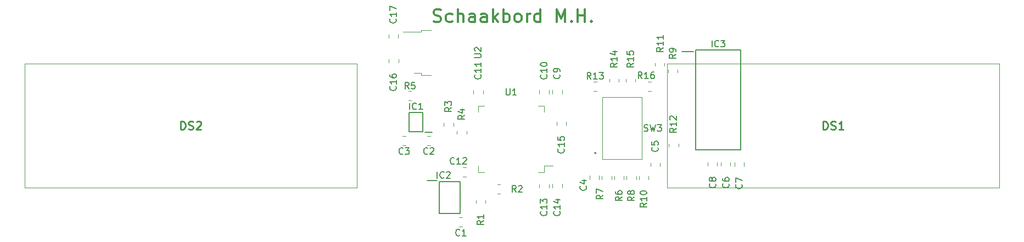
<source format=gbr>
%TF.GenerationSoftware,KiCad,Pcbnew,(5.1.9)-1*%
%TF.CreationDate,2021-04-25T11:32:43+02:00*%
%TF.ProjectId,Hoofdbord,486f6f66-6462-46f7-9264-2e6b69636164,rev?*%
%TF.SameCoordinates,Original*%
%TF.FileFunction,Legend,Top*%
%TF.FilePolarity,Positive*%
%FSLAX46Y46*%
G04 Gerber Fmt 4.6, Leading zero omitted, Abs format (unit mm)*
G04 Created by KiCad (PCBNEW (5.1.9)-1) date 2021-04-25 11:32:43*
%MOMM*%
%LPD*%
G01*
G04 APERTURE LIST*
%ADD10C,0.300000*%
%ADD11C,0.100000*%
%ADD12C,0.120000*%
%ADD13C,0.200000*%
%ADD14C,0.254000*%
%ADD15C,0.150000*%
G04 APERTURE END LIST*
D10*
X152909523Y-59483523D02*
X153195238Y-59578761D01*
X153671428Y-59578761D01*
X153861904Y-59483523D01*
X153957142Y-59388285D01*
X154052380Y-59197809D01*
X154052380Y-59007333D01*
X153957142Y-58816857D01*
X153861904Y-58721619D01*
X153671428Y-58626380D01*
X153290476Y-58531142D01*
X153100000Y-58435904D01*
X153004761Y-58340666D01*
X152909523Y-58150190D01*
X152909523Y-57959714D01*
X153004761Y-57769238D01*
X153100000Y-57674000D01*
X153290476Y-57578761D01*
X153766666Y-57578761D01*
X154052380Y-57674000D01*
X155766666Y-59483523D02*
X155576190Y-59578761D01*
X155195238Y-59578761D01*
X155004761Y-59483523D01*
X154909523Y-59388285D01*
X154814285Y-59197809D01*
X154814285Y-58626380D01*
X154909523Y-58435904D01*
X155004761Y-58340666D01*
X155195238Y-58245428D01*
X155576190Y-58245428D01*
X155766666Y-58340666D01*
X156623809Y-59578761D02*
X156623809Y-57578761D01*
X157480952Y-59578761D02*
X157480952Y-58531142D01*
X157385714Y-58340666D01*
X157195238Y-58245428D01*
X156909523Y-58245428D01*
X156719047Y-58340666D01*
X156623809Y-58435904D01*
X159290476Y-59578761D02*
X159290476Y-58531142D01*
X159195238Y-58340666D01*
X159004761Y-58245428D01*
X158623809Y-58245428D01*
X158433333Y-58340666D01*
X159290476Y-59483523D02*
X159100000Y-59578761D01*
X158623809Y-59578761D01*
X158433333Y-59483523D01*
X158338095Y-59293047D01*
X158338095Y-59102571D01*
X158433333Y-58912095D01*
X158623809Y-58816857D01*
X159100000Y-58816857D01*
X159290476Y-58721619D01*
X161100000Y-59578761D02*
X161100000Y-58531142D01*
X161004761Y-58340666D01*
X160814285Y-58245428D01*
X160433333Y-58245428D01*
X160242857Y-58340666D01*
X161100000Y-59483523D02*
X160909523Y-59578761D01*
X160433333Y-59578761D01*
X160242857Y-59483523D01*
X160147619Y-59293047D01*
X160147619Y-59102571D01*
X160242857Y-58912095D01*
X160433333Y-58816857D01*
X160909523Y-58816857D01*
X161100000Y-58721619D01*
X162052380Y-59578761D02*
X162052380Y-57578761D01*
X162242857Y-58816857D02*
X162814285Y-59578761D01*
X162814285Y-58245428D02*
X162052380Y-59007333D01*
X163671428Y-59578761D02*
X163671428Y-57578761D01*
X163671428Y-58340666D02*
X163861904Y-58245428D01*
X164242857Y-58245428D01*
X164433333Y-58340666D01*
X164528571Y-58435904D01*
X164623809Y-58626380D01*
X164623809Y-59197809D01*
X164528571Y-59388285D01*
X164433333Y-59483523D01*
X164242857Y-59578761D01*
X163861904Y-59578761D01*
X163671428Y-59483523D01*
X165766666Y-59578761D02*
X165576190Y-59483523D01*
X165480952Y-59388285D01*
X165385714Y-59197809D01*
X165385714Y-58626380D01*
X165480952Y-58435904D01*
X165576190Y-58340666D01*
X165766666Y-58245428D01*
X166052380Y-58245428D01*
X166242857Y-58340666D01*
X166338095Y-58435904D01*
X166433333Y-58626380D01*
X166433333Y-59197809D01*
X166338095Y-59388285D01*
X166242857Y-59483523D01*
X166052380Y-59578761D01*
X165766666Y-59578761D01*
X167290476Y-59578761D02*
X167290476Y-58245428D01*
X167290476Y-58626380D02*
X167385714Y-58435904D01*
X167480952Y-58340666D01*
X167671428Y-58245428D01*
X167861904Y-58245428D01*
X169385714Y-59578761D02*
X169385714Y-57578761D01*
X169385714Y-59483523D02*
X169195238Y-59578761D01*
X168814285Y-59578761D01*
X168623809Y-59483523D01*
X168528571Y-59388285D01*
X168433333Y-59197809D01*
X168433333Y-58626380D01*
X168528571Y-58435904D01*
X168623809Y-58340666D01*
X168814285Y-58245428D01*
X169195238Y-58245428D01*
X169385714Y-58340666D01*
X171861904Y-59578761D02*
X171861904Y-57578761D01*
X172528571Y-59007333D01*
X173195238Y-57578761D01*
X173195238Y-59578761D01*
X174147619Y-59388285D02*
X174242857Y-59483523D01*
X174147619Y-59578761D01*
X174052380Y-59483523D01*
X174147619Y-59388285D01*
X174147619Y-59578761D01*
X175100000Y-59578761D02*
X175100000Y-57578761D01*
X175100000Y-58531142D02*
X176242857Y-58531142D01*
X176242857Y-59578761D02*
X176242857Y-57578761D01*
X177195238Y-59388285D02*
X177290476Y-59483523D01*
X177195238Y-59578761D01*
X177100000Y-59483523D01*
X177195238Y-59388285D01*
X177195238Y-59578761D01*
D11*
%TO.C,DS1*%
X188903000Y-66015000D02*
X240103000Y-66015000D01*
X240103000Y-66015000D02*
X240103000Y-85115000D01*
X240103000Y-85115000D02*
X188903000Y-85115000D01*
X188903000Y-85115000D02*
X188903000Y-66015000D01*
D12*
%TO.C,R14*%
X181456000Y-68791064D02*
X181456000Y-68336936D01*
X179986000Y-68791064D02*
X179986000Y-68336936D01*
%TO.C,R13*%
X178027064Y-68734000D02*
X177572936Y-68734000D01*
X178027064Y-70204000D02*
X177572936Y-70204000D01*
%TO.C,R16*%
X185954936Y-70204000D02*
X186409064Y-70204000D01*
X185954936Y-68734000D02*
X186409064Y-68734000D01*
%TO.C,R15*%
X182526000Y-68336936D02*
X182526000Y-68791064D01*
X183996000Y-68336936D02*
X183996000Y-68791064D01*
%TO.C,U1*%
X169956000Y-81757000D02*
X171296000Y-81757000D01*
X169956000Y-82707000D02*
X169956000Y-81757000D01*
X169006000Y-82707000D02*
X169956000Y-82707000D01*
X159736000Y-82707000D02*
X159736000Y-81757000D01*
X160686000Y-82707000D02*
X159736000Y-82707000D01*
X169956000Y-72487000D02*
X169956000Y-73437000D01*
X169006000Y-72487000D02*
X169956000Y-72487000D01*
X159736000Y-72487000D02*
X159736000Y-73437000D01*
X160686000Y-72487000D02*
X159736000Y-72487000D01*
%TO.C,C15*%
X171858000Y-75466752D02*
X171858000Y-74944248D01*
X173328000Y-75466752D02*
X173328000Y-74944248D01*
%TO.C,C14*%
X171223000Y-85075752D02*
X171223000Y-84553248D01*
X172693000Y-85075752D02*
X172693000Y-84553248D01*
%TO.C,C9*%
X171223000Y-70597752D02*
X171223000Y-70075248D01*
X172693000Y-70597752D02*
X172693000Y-70075248D01*
%TO.C,U2*%
X151009500Y-67442000D02*
X149909500Y-67442000D01*
X151009500Y-67712000D02*
X151009500Y-67442000D01*
X152509500Y-67712000D02*
X151009500Y-67712000D01*
X151009500Y-61082000D02*
X148179500Y-61082000D01*
X151009500Y-60812000D02*
X151009500Y-61082000D01*
X152509500Y-60812000D02*
X151009500Y-60812000D01*
%TO.C,C17*%
X145950000Y-61460748D02*
X145950000Y-61983252D01*
X147420000Y-61460748D02*
X147420000Y-61983252D01*
%TO.C,C16*%
X146013500Y-65270748D02*
X146013500Y-65793252D01*
X147483500Y-65270748D02*
X147483500Y-65793252D01*
%TO.C,R8*%
X184123000Y-83809064D02*
X184123000Y-83354936D01*
X182653000Y-83809064D02*
X182653000Y-83354936D01*
%TO.C,R10*%
X184558000Y-83354936D02*
X184558000Y-83809064D01*
X186028000Y-83354936D02*
X186028000Y-83809064D01*
%TO.C,R6*%
X182218000Y-83809064D02*
X182218000Y-83354936D01*
X180748000Y-83809064D02*
X180748000Y-83354936D01*
%TO.C,R7*%
X178843000Y-83354936D02*
X178843000Y-83809064D01*
X180313000Y-83354936D02*
X180313000Y-83809064D01*
%TO.C,R2*%
X163184064Y-84609000D02*
X162729936Y-84609000D01*
X163184064Y-86079000D02*
X162729936Y-86079000D01*
%TO.C,R1*%
X160882000Y-87476064D02*
X160882000Y-87021936D01*
X159412000Y-87476064D02*
X159412000Y-87021936D01*
%TO.C,R5*%
X149468064Y-70194500D02*
X149013936Y-70194500D01*
X149468064Y-71664500D02*
X149013936Y-71664500D01*
%TO.C,R4*%
X156491000Y-76353936D02*
X156491000Y-76808064D01*
X157961000Y-76353936D02*
X157961000Y-76808064D01*
%TO.C,R3*%
X154459000Y-75131436D02*
X154459000Y-75585564D01*
X155929000Y-75131436D02*
X155929000Y-75585564D01*
%TO.C,R11*%
X188504500Y-66330564D02*
X188504500Y-65876436D01*
X187034500Y-66330564D02*
X187034500Y-65876436D01*
%TO.C,R9*%
X189066500Y-66892436D02*
X189066500Y-67346564D01*
X190536500Y-66892436D02*
X190536500Y-67346564D01*
%TO.C,R12*%
X189193500Y-78322436D02*
X189193500Y-78776564D01*
X190663500Y-78322436D02*
X190663500Y-78776564D01*
D11*
%TO.C,SW3*%
X178951000Y-71146000D02*
X185031000Y-71146000D01*
X185031000Y-71146000D02*
X185031000Y-80746000D01*
X185031000Y-80746000D02*
X178951000Y-80746000D01*
X178951000Y-80746000D02*
X178951000Y-71146000D01*
D13*
X177721000Y-79756000D02*
X177721000Y-79756000D01*
X177921000Y-79756000D02*
X177921000Y-79756000D01*
X177721000Y-79756000D02*
G75*
G02*
X177921000Y-79756000I100000J0D01*
G01*
X177921000Y-79756000D02*
G75*
G02*
X177721000Y-79756000I-100000J0D01*
G01*
%TO.C,IC3*%
X191161500Y-64114500D02*
X192961500Y-64114500D01*
X193311500Y-79252500D02*
X193311500Y-63876500D01*
X200261500Y-79252500D02*
X193311500Y-79252500D01*
X200261500Y-63876500D02*
X200261500Y-79252500D01*
X193311500Y-63876500D02*
X200261500Y-63876500D01*
%TO.C,IC1*%
X152659000Y-76566000D02*
X151559000Y-76566000D01*
X151209000Y-73541000D02*
X151209000Y-76491000D01*
X149109000Y-73541000D02*
X151209000Y-73541000D01*
X149109000Y-76491000D02*
X149109000Y-73541000D01*
X151209000Y-76491000D02*
X149109000Y-76491000D01*
%TO.C,IC2*%
X151928000Y-84034000D02*
X153453000Y-84034000D01*
X153803000Y-89064000D02*
X153803000Y-84164000D01*
X157003000Y-89064000D02*
X153803000Y-89064000D01*
X157003000Y-84164000D02*
X157003000Y-89064000D01*
X153803000Y-84164000D02*
X157003000Y-84164000D01*
D11*
%TO.C,DS2*%
X89843000Y-85115000D02*
X89843000Y-66015000D01*
X141043000Y-85115000D02*
X89843000Y-85115000D01*
X141043000Y-66015000D02*
X141043000Y-85115000D01*
X89843000Y-66015000D02*
X141043000Y-66015000D01*
D12*
%TO.C,C5*%
X187806000Y-81816752D02*
X187806000Y-81294248D01*
X186336000Y-81816752D02*
X186336000Y-81294248D01*
%TO.C,C4*%
X176938000Y-83283248D02*
X176938000Y-83805752D01*
X178408000Y-83283248D02*
X178408000Y-83805752D01*
%TO.C,C8*%
X195162500Y-81230748D02*
X195162500Y-81753252D01*
X196632500Y-81230748D02*
X196632500Y-81753252D01*
%TO.C,C6*%
X198664500Y-81753252D02*
X198664500Y-81230748D01*
X197194500Y-81753252D02*
X197194500Y-81230748D01*
%TO.C,C7*%
X200760000Y-81773752D02*
X200760000Y-81251248D01*
X199290000Y-81773752D02*
X199290000Y-81251248D01*
%TO.C,C1*%
X156837748Y-91159000D02*
X157360252Y-91159000D01*
X156837748Y-89689000D02*
X157360252Y-89689000D01*
%TO.C,C13*%
X170661000Y-85118752D02*
X170661000Y-84596248D01*
X169191000Y-85118752D02*
X169191000Y-84596248D01*
%TO.C,C12*%
X157367248Y-83412000D02*
X157889752Y-83412000D01*
X157367248Y-81942000D02*
X157889752Y-81942000D01*
%TO.C,C11*%
X160501000Y-70096748D02*
X160501000Y-70619252D01*
X159031000Y-70096748D02*
X159031000Y-70619252D01*
%TO.C,C10*%
X170661000Y-70597752D02*
X170661000Y-70075248D01*
X169191000Y-70597752D02*
X169191000Y-70075248D01*
%TO.C,C3*%
X148074748Y-78586000D02*
X148597252Y-78586000D01*
X148074748Y-77116000D02*
X148597252Y-77116000D01*
%TO.C,C2*%
X151884748Y-78586000D02*
X152407252Y-78586000D01*
X151884748Y-77116000D02*
X152407252Y-77116000D01*
%TO.C,DS1*%
D14*
X212960857Y-76139523D02*
X212960857Y-74869523D01*
X213263238Y-74869523D01*
X213444666Y-74930000D01*
X213565619Y-75050952D01*
X213626095Y-75171904D01*
X213686571Y-75413809D01*
X213686571Y-75595238D01*
X213626095Y-75837142D01*
X213565619Y-75958095D01*
X213444666Y-76079047D01*
X213263238Y-76139523D01*
X212960857Y-76139523D01*
X214170380Y-76079047D02*
X214351809Y-76139523D01*
X214654190Y-76139523D01*
X214775142Y-76079047D01*
X214835619Y-76018571D01*
X214896095Y-75897619D01*
X214896095Y-75776666D01*
X214835619Y-75655714D01*
X214775142Y-75595238D01*
X214654190Y-75534761D01*
X214412285Y-75474285D01*
X214291333Y-75413809D01*
X214230857Y-75353333D01*
X214170380Y-75232380D01*
X214170380Y-75111428D01*
X214230857Y-74990476D01*
X214291333Y-74930000D01*
X214412285Y-74869523D01*
X214714666Y-74869523D01*
X214896095Y-74930000D01*
X216105619Y-76139523D02*
X215379904Y-76139523D01*
X215742761Y-76139523D02*
X215742761Y-74869523D01*
X215621809Y-75050952D01*
X215500857Y-75171904D01*
X215379904Y-75232380D01*
%TO.C,*%
D15*
%TO.C,R14*%
X181173380Y-65920857D02*
X180697190Y-66254190D01*
X181173380Y-66492285D02*
X180173380Y-66492285D01*
X180173380Y-66111333D01*
X180221000Y-66016095D01*
X180268619Y-65968476D01*
X180363857Y-65920857D01*
X180506714Y-65920857D01*
X180601952Y-65968476D01*
X180649571Y-66016095D01*
X180697190Y-66111333D01*
X180697190Y-66492285D01*
X181173380Y-64968476D02*
X181173380Y-65539904D01*
X181173380Y-65254190D02*
X180173380Y-65254190D01*
X180316238Y-65349428D01*
X180411476Y-65444666D01*
X180459095Y-65539904D01*
X180506714Y-64111333D02*
X181173380Y-64111333D01*
X180125761Y-64349428D02*
X180840047Y-64587523D01*
X180840047Y-63968476D01*
%TO.C,R13*%
X177157142Y-68333880D02*
X176823809Y-67857690D01*
X176585714Y-68333880D02*
X176585714Y-67333880D01*
X176966666Y-67333880D01*
X177061904Y-67381500D01*
X177109523Y-67429119D01*
X177157142Y-67524357D01*
X177157142Y-67667214D01*
X177109523Y-67762452D01*
X177061904Y-67810071D01*
X176966666Y-67857690D01*
X176585714Y-67857690D01*
X178109523Y-68333880D02*
X177538095Y-68333880D01*
X177823809Y-68333880D02*
X177823809Y-67333880D01*
X177728571Y-67476738D01*
X177633333Y-67571976D01*
X177538095Y-67619595D01*
X178442857Y-67333880D02*
X179061904Y-67333880D01*
X178728571Y-67714833D01*
X178871428Y-67714833D01*
X178966666Y-67762452D01*
X179014285Y-67810071D01*
X179061904Y-67905309D01*
X179061904Y-68143404D01*
X179014285Y-68238642D01*
X178966666Y-68286261D01*
X178871428Y-68333880D01*
X178585714Y-68333880D01*
X178490476Y-68286261D01*
X178442857Y-68238642D01*
%TO.C,R16*%
X185031142Y-68271380D02*
X184697809Y-67795190D01*
X184459714Y-68271380D02*
X184459714Y-67271380D01*
X184840666Y-67271380D01*
X184935904Y-67319000D01*
X184983523Y-67366619D01*
X185031142Y-67461857D01*
X185031142Y-67604714D01*
X184983523Y-67699952D01*
X184935904Y-67747571D01*
X184840666Y-67795190D01*
X184459714Y-67795190D01*
X185983523Y-68271380D02*
X185412095Y-68271380D01*
X185697809Y-68271380D02*
X185697809Y-67271380D01*
X185602571Y-67414238D01*
X185507333Y-67509476D01*
X185412095Y-67557095D01*
X186840666Y-67271380D02*
X186650190Y-67271380D01*
X186554952Y-67319000D01*
X186507333Y-67366619D01*
X186412095Y-67509476D01*
X186364476Y-67699952D01*
X186364476Y-68080904D01*
X186412095Y-68176142D01*
X186459714Y-68223761D01*
X186554952Y-68271380D01*
X186745428Y-68271380D01*
X186840666Y-68223761D01*
X186888285Y-68176142D01*
X186935904Y-68080904D01*
X186935904Y-67842809D01*
X186888285Y-67747571D01*
X186840666Y-67699952D01*
X186745428Y-67652333D01*
X186554952Y-67652333D01*
X186459714Y-67699952D01*
X186412095Y-67747571D01*
X186364476Y-67842809D01*
%TO.C,R15*%
X183713380Y-65920857D02*
X183237190Y-66254190D01*
X183713380Y-66492285D02*
X182713380Y-66492285D01*
X182713380Y-66111333D01*
X182761000Y-66016095D01*
X182808619Y-65968476D01*
X182903857Y-65920857D01*
X183046714Y-65920857D01*
X183141952Y-65968476D01*
X183189571Y-66016095D01*
X183237190Y-66111333D01*
X183237190Y-66492285D01*
X183713380Y-64968476D02*
X183713380Y-65539904D01*
X183713380Y-65254190D02*
X182713380Y-65254190D01*
X182856238Y-65349428D01*
X182951476Y-65444666D01*
X182999095Y-65539904D01*
X182713380Y-64063714D02*
X182713380Y-64539904D01*
X183189571Y-64587523D01*
X183141952Y-64539904D01*
X183094333Y-64444666D01*
X183094333Y-64206571D01*
X183141952Y-64111333D01*
X183189571Y-64063714D01*
X183284809Y-64016095D01*
X183522904Y-64016095D01*
X183618142Y-64063714D01*
X183665761Y-64111333D01*
X183713380Y-64206571D01*
X183713380Y-64444666D01*
X183665761Y-64539904D01*
X183618142Y-64587523D01*
%TO.C,U1*%
X164084095Y-69810380D02*
X164084095Y-70619904D01*
X164131714Y-70715142D01*
X164179333Y-70762761D01*
X164274571Y-70810380D01*
X164465047Y-70810380D01*
X164560285Y-70762761D01*
X164607904Y-70715142D01*
X164655523Y-70619904D01*
X164655523Y-69810380D01*
X165655523Y-70810380D02*
X165084095Y-70810380D01*
X165369809Y-70810380D02*
X165369809Y-69810380D01*
X165274571Y-69953238D01*
X165179333Y-70048476D01*
X165084095Y-70096095D01*
%TO.C,C15*%
X172950142Y-79128857D02*
X172997761Y-79176476D01*
X173045380Y-79319333D01*
X173045380Y-79414571D01*
X172997761Y-79557428D01*
X172902523Y-79652666D01*
X172807285Y-79700285D01*
X172616809Y-79747904D01*
X172473952Y-79747904D01*
X172283476Y-79700285D01*
X172188238Y-79652666D01*
X172093000Y-79557428D01*
X172045380Y-79414571D01*
X172045380Y-79319333D01*
X172093000Y-79176476D01*
X172140619Y-79128857D01*
X173045380Y-78176476D02*
X173045380Y-78747904D01*
X173045380Y-78462190D02*
X172045380Y-78462190D01*
X172188238Y-78557428D01*
X172283476Y-78652666D01*
X172331095Y-78747904D01*
X172045380Y-77271714D02*
X172045380Y-77747904D01*
X172521571Y-77795523D01*
X172473952Y-77747904D01*
X172426333Y-77652666D01*
X172426333Y-77414571D01*
X172473952Y-77319333D01*
X172521571Y-77271714D01*
X172616809Y-77224095D01*
X172854904Y-77224095D01*
X172950142Y-77271714D01*
X172997761Y-77319333D01*
X173045380Y-77414571D01*
X173045380Y-77652666D01*
X172997761Y-77747904D01*
X172950142Y-77795523D01*
%TO.C,C14*%
X172315142Y-88780857D02*
X172362761Y-88828476D01*
X172410380Y-88971333D01*
X172410380Y-89066571D01*
X172362761Y-89209428D01*
X172267523Y-89304666D01*
X172172285Y-89352285D01*
X171981809Y-89399904D01*
X171838952Y-89399904D01*
X171648476Y-89352285D01*
X171553238Y-89304666D01*
X171458000Y-89209428D01*
X171410380Y-89066571D01*
X171410380Y-88971333D01*
X171458000Y-88828476D01*
X171505619Y-88780857D01*
X172410380Y-87828476D02*
X172410380Y-88399904D01*
X172410380Y-88114190D02*
X171410380Y-88114190D01*
X171553238Y-88209428D01*
X171648476Y-88304666D01*
X171696095Y-88399904D01*
X171743714Y-86971333D02*
X172410380Y-86971333D01*
X171362761Y-87209428D02*
X172077047Y-87447523D01*
X172077047Y-86828476D01*
%TO.C,C9*%
X172289742Y-67654466D02*
X172337361Y-67702085D01*
X172384980Y-67844942D01*
X172384980Y-67940180D01*
X172337361Y-68083038D01*
X172242123Y-68178276D01*
X172146885Y-68225895D01*
X171956409Y-68273514D01*
X171813552Y-68273514D01*
X171623076Y-68225895D01*
X171527838Y-68178276D01*
X171432600Y-68083038D01*
X171384980Y-67940180D01*
X171384980Y-67844942D01*
X171432600Y-67702085D01*
X171480219Y-67654466D01*
X172384980Y-67178276D02*
X172384980Y-66987800D01*
X172337361Y-66892561D01*
X172289742Y-66844942D01*
X172146885Y-66749704D01*
X171956409Y-66702085D01*
X171575457Y-66702085D01*
X171480219Y-66749704D01*
X171432600Y-66797323D01*
X171384980Y-66892561D01*
X171384980Y-67083038D01*
X171432600Y-67178276D01*
X171480219Y-67225895D01*
X171575457Y-67273514D01*
X171813552Y-67273514D01*
X171908790Y-67225895D01*
X171956409Y-67178276D01*
X172004028Y-67083038D01*
X172004028Y-66892561D01*
X171956409Y-66797323D01*
X171908790Y-66749704D01*
X171813552Y-66702085D01*
%TO.C,U2*%
X159218380Y-65023904D02*
X160027904Y-65023904D01*
X160123142Y-64976285D01*
X160170761Y-64928666D01*
X160218380Y-64833428D01*
X160218380Y-64642952D01*
X160170761Y-64547714D01*
X160123142Y-64500095D01*
X160027904Y-64452476D01*
X159218380Y-64452476D01*
X159313619Y-64023904D02*
X159266000Y-63976285D01*
X159218380Y-63881047D01*
X159218380Y-63642952D01*
X159266000Y-63547714D01*
X159313619Y-63500095D01*
X159408857Y-63452476D01*
X159504095Y-63452476D01*
X159646952Y-63500095D01*
X160218380Y-64071523D01*
X160218380Y-63452476D01*
%TO.C,C17*%
X147042142Y-59062857D02*
X147089761Y-59110476D01*
X147137380Y-59253333D01*
X147137380Y-59348571D01*
X147089761Y-59491428D01*
X146994523Y-59586666D01*
X146899285Y-59634285D01*
X146708809Y-59681904D01*
X146565952Y-59681904D01*
X146375476Y-59634285D01*
X146280238Y-59586666D01*
X146185000Y-59491428D01*
X146137380Y-59348571D01*
X146137380Y-59253333D01*
X146185000Y-59110476D01*
X146232619Y-59062857D01*
X147137380Y-58110476D02*
X147137380Y-58681904D01*
X147137380Y-58396190D02*
X146137380Y-58396190D01*
X146280238Y-58491428D01*
X146375476Y-58586666D01*
X146423095Y-58681904D01*
X146137380Y-57777142D02*
X146137380Y-57110476D01*
X147137380Y-57539047D01*
%TO.C,C16*%
X147042142Y-69476857D02*
X147089761Y-69524476D01*
X147137380Y-69667333D01*
X147137380Y-69762571D01*
X147089761Y-69905428D01*
X146994523Y-70000666D01*
X146899285Y-70048285D01*
X146708809Y-70095904D01*
X146565952Y-70095904D01*
X146375476Y-70048285D01*
X146280238Y-70000666D01*
X146185000Y-69905428D01*
X146137380Y-69762571D01*
X146137380Y-69667333D01*
X146185000Y-69524476D01*
X146232619Y-69476857D01*
X147137380Y-68524476D02*
X147137380Y-69095904D01*
X147137380Y-68810190D02*
X146137380Y-68810190D01*
X146280238Y-68905428D01*
X146375476Y-69000666D01*
X146423095Y-69095904D01*
X146137380Y-67667333D02*
X146137380Y-67857809D01*
X146185000Y-67953047D01*
X146232619Y-68000666D01*
X146375476Y-68095904D01*
X146565952Y-68143523D01*
X146946904Y-68143523D01*
X147042142Y-68095904D01*
X147089761Y-68048285D01*
X147137380Y-67953047D01*
X147137380Y-67762571D01*
X147089761Y-67667333D01*
X147042142Y-67619714D01*
X146946904Y-67572095D01*
X146708809Y-67572095D01*
X146613571Y-67619714D01*
X146565952Y-67667333D01*
X146518333Y-67762571D01*
X146518333Y-67953047D01*
X146565952Y-68048285D01*
X146613571Y-68095904D01*
X146708809Y-68143523D01*
%TO.C,R8*%
X183840380Y-86526666D02*
X183364190Y-86860000D01*
X183840380Y-87098095D02*
X182840380Y-87098095D01*
X182840380Y-86717142D01*
X182888000Y-86621904D01*
X182935619Y-86574285D01*
X183030857Y-86526666D01*
X183173714Y-86526666D01*
X183268952Y-86574285D01*
X183316571Y-86621904D01*
X183364190Y-86717142D01*
X183364190Y-87098095D01*
X183268952Y-85955238D02*
X183221333Y-86050476D01*
X183173714Y-86098095D01*
X183078476Y-86145714D01*
X183030857Y-86145714D01*
X182935619Y-86098095D01*
X182888000Y-86050476D01*
X182840380Y-85955238D01*
X182840380Y-85764761D01*
X182888000Y-85669523D01*
X182935619Y-85621904D01*
X183030857Y-85574285D01*
X183078476Y-85574285D01*
X183173714Y-85621904D01*
X183221333Y-85669523D01*
X183268952Y-85764761D01*
X183268952Y-85955238D01*
X183316571Y-86050476D01*
X183364190Y-86098095D01*
X183459428Y-86145714D01*
X183649904Y-86145714D01*
X183745142Y-86098095D01*
X183792761Y-86050476D01*
X183840380Y-85955238D01*
X183840380Y-85764761D01*
X183792761Y-85669523D01*
X183745142Y-85621904D01*
X183649904Y-85574285D01*
X183459428Y-85574285D01*
X183364190Y-85621904D01*
X183316571Y-85669523D01*
X183268952Y-85764761D01*
%TO.C,R10*%
X185745380Y-87510857D02*
X185269190Y-87844190D01*
X185745380Y-88082285D02*
X184745380Y-88082285D01*
X184745380Y-87701333D01*
X184793000Y-87606095D01*
X184840619Y-87558476D01*
X184935857Y-87510857D01*
X185078714Y-87510857D01*
X185173952Y-87558476D01*
X185221571Y-87606095D01*
X185269190Y-87701333D01*
X185269190Y-88082285D01*
X185745380Y-86558476D02*
X185745380Y-87129904D01*
X185745380Y-86844190D02*
X184745380Y-86844190D01*
X184888238Y-86939428D01*
X184983476Y-87034666D01*
X185031095Y-87129904D01*
X184745380Y-85939428D02*
X184745380Y-85844190D01*
X184793000Y-85748952D01*
X184840619Y-85701333D01*
X184935857Y-85653714D01*
X185126333Y-85606095D01*
X185364428Y-85606095D01*
X185554904Y-85653714D01*
X185650142Y-85701333D01*
X185697761Y-85748952D01*
X185745380Y-85844190D01*
X185745380Y-85939428D01*
X185697761Y-86034666D01*
X185650142Y-86082285D01*
X185554904Y-86129904D01*
X185364428Y-86177523D01*
X185126333Y-86177523D01*
X184935857Y-86129904D01*
X184840619Y-86082285D01*
X184793000Y-86034666D01*
X184745380Y-85939428D01*
%TO.C,R6*%
X181935380Y-86526666D02*
X181459190Y-86860000D01*
X181935380Y-87098095D02*
X180935380Y-87098095D01*
X180935380Y-86717142D01*
X180983000Y-86621904D01*
X181030619Y-86574285D01*
X181125857Y-86526666D01*
X181268714Y-86526666D01*
X181363952Y-86574285D01*
X181411571Y-86621904D01*
X181459190Y-86717142D01*
X181459190Y-87098095D01*
X180935380Y-85669523D02*
X180935380Y-85860000D01*
X180983000Y-85955238D01*
X181030619Y-86002857D01*
X181173476Y-86098095D01*
X181363952Y-86145714D01*
X181744904Y-86145714D01*
X181840142Y-86098095D01*
X181887761Y-86050476D01*
X181935380Y-85955238D01*
X181935380Y-85764761D01*
X181887761Y-85669523D01*
X181840142Y-85621904D01*
X181744904Y-85574285D01*
X181506809Y-85574285D01*
X181411571Y-85621904D01*
X181363952Y-85669523D01*
X181316333Y-85764761D01*
X181316333Y-85955238D01*
X181363952Y-86050476D01*
X181411571Y-86098095D01*
X181506809Y-86145714D01*
%TO.C,R7*%
X179014380Y-86272666D02*
X178538190Y-86606000D01*
X179014380Y-86844095D02*
X178014380Y-86844095D01*
X178014380Y-86463142D01*
X178062000Y-86367904D01*
X178109619Y-86320285D01*
X178204857Y-86272666D01*
X178347714Y-86272666D01*
X178442952Y-86320285D01*
X178490571Y-86367904D01*
X178538190Y-86463142D01*
X178538190Y-86844095D01*
X178014380Y-85939333D02*
X178014380Y-85272666D01*
X179014380Y-85701238D01*
%TO.C,R2*%
X165600333Y-85796380D02*
X165267000Y-85320190D01*
X165028904Y-85796380D02*
X165028904Y-84796380D01*
X165409857Y-84796380D01*
X165505095Y-84844000D01*
X165552714Y-84891619D01*
X165600333Y-84986857D01*
X165600333Y-85129714D01*
X165552714Y-85224952D01*
X165505095Y-85272571D01*
X165409857Y-85320190D01*
X165028904Y-85320190D01*
X165981285Y-84891619D02*
X166028904Y-84844000D01*
X166124142Y-84796380D01*
X166362238Y-84796380D01*
X166457476Y-84844000D01*
X166505095Y-84891619D01*
X166552714Y-84986857D01*
X166552714Y-85082095D01*
X166505095Y-85224952D01*
X165933666Y-85796380D01*
X166552714Y-85796380D01*
%TO.C,R1*%
X160599380Y-90225666D02*
X160123190Y-90559000D01*
X160599380Y-90797095D02*
X159599380Y-90797095D01*
X159599380Y-90416142D01*
X159647000Y-90320904D01*
X159694619Y-90273285D01*
X159789857Y-90225666D01*
X159932714Y-90225666D01*
X160027952Y-90273285D01*
X160075571Y-90320904D01*
X160123190Y-90416142D01*
X160123190Y-90797095D01*
X160599380Y-89273285D02*
X160599380Y-89844714D01*
X160599380Y-89559000D02*
X159599380Y-89559000D01*
X159742238Y-89654238D01*
X159837476Y-89749476D01*
X159885095Y-89844714D01*
%TO.C,R5*%
X149074333Y-69857880D02*
X148741000Y-69381690D01*
X148502904Y-69857880D02*
X148502904Y-68857880D01*
X148883857Y-68857880D01*
X148979095Y-68905500D01*
X149026714Y-68953119D01*
X149074333Y-69048357D01*
X149074333Y-69191214D01*
X149026714Y-69286452D01*
X148979095Y-69334071D01*
X148883857Y-69381690D01*
X148502904Y-69381690D01*
X149979095Y-68857880D02*
X149502904Y-68857880D01*
X149455285Y-69334071D01*
X149502904Y-69286452D01*
X149598142Y-69238833D01*
X149836238Y-69238833D01*
X149931476Y-69286452D01*
X149979095Y-69334071D01*
X150026714Y-69429309D01*
X150026714Y-69667404D01*
X149979095Y-69762642D01*
X149931476Y-69810261D01*
X149836238Y-69857880D01*
X149598142Y-69857880D01*
X149502904Y-69810261D01*
X149455285Y-69762642D01*
%TO.C,R4*%
X157678380Y-73953666D02*
X157202190Y-74287000D01*
X157678380Y-74525095D02*
X156678380Y-74525095D01*
X156678380Y-74144142D01*
X156726000Y-74048904D01*
X156773619Y-74001285D01*
X156868857Y-73953666D01*
X157011714Y-73953666D01*
X157106952Y-74001285D01*
X157154571Y-74048904D01*
X157202190Y-74144142D01*
X157202190Y-74525095D01*
X157011714Y-73096523D02*
X157678380Y-73096523D01*
X156630761Y-73334619D02*
X157345047Y-73572714D01*
X157345047Y-72953666D01*
%TO.C,R3*%
X155646380Y-72731166D02*
X155170190Y-73064500D01*
X155646380Y-73302595D02*
X154646380Y-73302595D01*
X154646380Y-72921642D01*
X154694000Y-72826404D01*
X154741619Y-72778785D01*
X154836857Y-72731166D01*
X154979714Y-72731166D01*
X155074952Y-72778785D01*
X155122571Y-72826404D01*
X155170190Y-72921642D01*
X155170190Y-73302595D01*
X154646380Y-72397833D02*
X154646380Y-71778785D01*
X155027333Y-72112119D01*
X155027333Y-71969261D01*
X155074952Y-71874023D01*
X155122571Y-71826404D01*
X155217809Y-71778785D01*
X155455904Y-71778785D01*
X155551142Y-71826404D01*
X155598761Y-71874023D01*
X155646380Y-71969261D01*
X155646380Y-72254976D01*
X155598761Y-72350214D01*
X155551142Y-72397833D01*
%TO.C,R11*%
X188285380Y-63507857D02*
X187809190Y-63841190D01*
X188285380Y-64079285D02*
X187285380Y-64079285D01*
X187285380Y-63698333D01*
X187333000Y-63603095D01*
X187380619Y-63555476D01*
X187475857Y-63507857D01*
X187618714Y-63507857D01*
X187713952Y-63555476D01*
X187761571Y-63603095D01*
X187809190Y-63698333D01*
X187809190Y-64079285D01*
X188285380Y-62555476D02*
X188285380Y-63126904D01*
X188285380Y-62841190D02*
X187285380Y-62841190D01*
X187428238Y-62936428D01*
X187523476Y-63031666D01*
X187571095Y-63126904D01*
X188285380Y-61603095D02*
X188285380Y-62174523D01*
X188285380Y-61888809D02*
X187285380Y-61888809D01*
X187428238Y-61984047D01*
X187523476Y-62079285D01*
X187571095Y-62174523D01*
%TO.C,R9*%
X190253880Y-64555666D02*
X189777690Y-64889000D01*
X190253880Y-65127095D02*
X189253880Y-65127095D01*
X189253880Y-64746142D01*
X189301500Y-64650904D01*
X189349119Y-64603285D01*
X189444357Y-64555666D01*
X189587214Y-64555666D01*
X189682452Y-64603285D01*
X189730071Y-64650904D01*
X189777690Y-64746142D01*
X189777690Y-65127095D01*
X190253880Y-64079476D02*
X190253880Y-63889000D01*
X190206261Y-63793761D01*
X190158642Y-63746142D01*
X190015785Y-63650904D01*
X189825309Y-63603285D01*
X189444357Y-63603285D01*
X189349119Y-63650904D01*
X189301500Y-63698523D01*
X189253880Y-63793761D01*
X189253880Y-63984238D01*
X189301500Y-64079476D01*
X189349119Y-64127095D01*
X189444357Y-64174714D01*
X189682452Y-64174714D01*
X189777690Y-64127095D01*
X189825309Y-64079476D01*
X189872928Y-63984238D01*
X189872928Y-63793761D01*
X189825309Y-63698523D01*
X189777690Y-63650904D01*
X189682452Y-63603285D01*
%TO.C,R12*%
X190317380Y-75953857D02*
X189841190Y-76287190D01*
X190317380Y-76525285D02*
X189317380Y-76525285D01*
X189317380Y-76144333D01*
X189365000Y-76049095D01*
X189412619Y-76001476D01*
X189507857Y-75953857D01*
X189650714Y-75953857D01*
X189745952Y-76001476D01*
X189793571Y-76049095D01*
X189841190Y-76144333D01*
X189841190Y-76525285D01*
X190317380Y-75001476D02*
X190317380Y-75572904D01*
X190317380Y-75287190D02*
X189317380Y-75287190D01*
X189460238Y-75382428D01*
X189555476Y-75477666D01*
X189603095Y-75572904D01*
X189412619Y-74620523D02*
X189365000Y-74572904D01*
X189317380Y-74477666D01*
X189317380Y-74239571D01*
X189365000Y-74144333D01*
X189412619Y-74096714D01*
X189507857Y-74049095D01*
X189603095Y-74049095D01*
X189745952Y-74096714D01*
X190317380Y-74668142D01*
X190317380Y-74049095D01*
%TO.C,SW3*%
X185356666Y-76350761D02*
X185499523Y-76398380D01*
X185737619Y-76398380D01*
X185832857Y-76350761D01*
X185880476Y-76303142D01*
X185928095Y-76207904D01*
X185928095Y-76112666D01*
X185880476Y-76017428D01*
X185832857Y-75969809D01*
X185737619Y-75922190D01*
X185547142Y-75874571D01*
X185451904Y-75826952D01*
X185404285Y-75779333D01*
X185356666Y-75684095D01*
X185356666Y-75588857D01*
X185404285Y-75493619D01*
X185451904Y-75446000D01*
X185547142Y-75398380D01*
X185785238Y-75398380D01*
X185928095Y-75446000D01*
X186261428Y-75398380D02*
X186499523Y-76398380D01*
X186690000Y-75684095D01*
X186880476Y-76398380D01*
X187118571Y-75398380D01*
X187404285Y-75398380D02*
X188023333Y-75398380D01*
X187690000Y-75779333D01*
X187832857Y-75779333D01*
X187928095Y-75826952D01*
X187975714Y-75874571D01*
X188023333Y-75969809D01*
X188023333Y-76207904D01*
X187975714Y-76303142D01*
X187928095Y-76350761D01*
X187832857Y-76398380D01*
X187547142Y-76398380D01*
X187451904Y-76350761D01*
X187404285Y-76303142D01*
%TO.C,IC3*%
X195810309Y-63380880D02*
X195810309Y-62380880D01*
X196857928Y-63285642D02*
X196810309Y-63333261D01*
X196667452Y-63380880D01*
X196572214Y-63380880D01*
X196429357Y-63333261D01*
X196334119Y-63238023D01*
X196286500Y-63142785D01*
X196238880Y-62952309D01*
X196238880Y-62809452D01*
X196286500Y-62618976D01*
X196334119Y-62523738D01*
X196429357Y-62428500D01*
X196572214Y-62380880D01*
X196667452Y-62380880D01*
X196810309Y-62428500D01*
X196857928Y-62476119D01*
X197191261Y-62380880D02*
X197810309Y-62380880D01*
X197476976Y-62761833D01*
X197619833Y-62761833D01*
X197715071Y-62809452D01*
X197762690Y-62857071D01*
X197810309Y-62952309D01*
X197810309Y-63190404D01*
X197762690Y-63285642D01*
X197715071Y-63333261D01*
X197619833Y-63380880D01*
X197334119Y-63380880D01*
X197238880Y-63333261D01*
X197191261Y-63285642D01*
%TO.C,IC1*%
X149201309Y-73032880D02*
X149201309Y-72032880D01*
X150248928Y-72937642D02*
X150201309Y-72985261D01*
X150058452Y-73032880D01*
X149963214Y-73032880D01*
X149820357Y-72985261D01*
X149725119Y-72890023D01*
X149677500Y-72794785D01*
X149629880Y-72604309D01*
X149629880Y-72461452D01*
X149677500Y-72270976D01*
X149725119Y-72175738D01*
X149820357Y-72080500D01*
X149963214Y-72032880D01*
X150058452Y-72032880D01*
X150201309Y-72080500D01*
X150248928Y-72128119D01*
X151201309Y-73032880D02*
X150629880Y-73032880D01*
X150915595Y-73032880D02*
X150915595Y-72032880D01*
X150820357Y-72175738D01*
X150725119Y-72270976D01*
X150629880Y-72318595D01*
%TO.C,IC2*%
X153455809Y-83637380D02*
X153455809Y-82637380D01*
X154503428Y-83542142D02*
X154455809Y-83589761D01*
X154312952Y-83637380D01*
X154217714Y-83637380D01*
X154074857Y-83589761D01*
X153979619Y-83494523D01*
X153932000Y-83399285D01*
X153884380Y-83208809D01*
X153884380Y-83065952D01*
X153932000Y-82875476D01*
X153979619Y-82780238D01*
X154074857Y-82685000D01*
X154217714Y-82637380D01*
X154312952Y-82637380D01*
X154455809Y-82685000D01*
X154503428Y-82732619D01*
X154884380Y-82732619D02*
X154932000Y-82685000D01*
X155027238Y-82637380D01*
X155265333Y-82637380D01*
X155360571Y-82685000D01*
X155408190Y-82732619D01*
X155455809Y-82827857D01*
X155455809Y-82923095D01*
X155408190Y-83065952D01*
X154836761Y-83637380D01*
X155455809Y-83637380D01*
%TO.C,DS2*%
D14*
X113900857Y-76139523D02*
X113900857Y-74869523D01*
X114203238Y-74869523D01*
X114384666Y-74930000D01*
X114505619Y-75050952D01*
X114566095Y-75171904D01*
X114626571Y-75413809D01*
X114626571Y-75595238D01*
X114566095Y-75837142D01*
X114505619Y-75958095D01*
X114384666Y-76079047D01*
X114203238Y-76139523D01*
X113900857Y-76139523D01*
X115110380Y-76079047D02*
X115291809Y-76139523D01*
X115594190Y-76139523D01*
X115715142Y-76079047D01*
X115775619Y-76018571D01*
X115836095Y-75897619D01*
X115836095Y-75776666D01*
X115775619Y-75655714D01*
X115715142Y-75595238D01*
X115594190Y-75534761D01*
X115352285Y-75474285D01*
X115231333Y-75413809D01*
X115170857Y-75353333D01*
X115110380Y-75232380D01*
X115110380Y-75111428D01*
X115170857Y-74990476D01*
X115231333Y-74930000D01*
X115352285Y-74869523D01*
X115654666Y-74869523D01*
X115836095Y-74930000D01*
X116319904Y-74990476D02*
X116380380Y-74930000D01*
X116501333Y-74869523D01*
X116803714Y-74869523D01*
X116924666Y-74930000D01*
X116985142Y-74990476D01*
X117045619Y-75111428D01*
X117045619Y-75232380D01*
X116985142Y-75413809D01*
X116259428Y-76139523D01*
X117045619Y-76139523D01*
%TO.C,C5*%
D15*
X187428142Y-78906666D02*
X187475761Y-78954285D01*
X187523380Y-79097142D01*
X187523380Y-79192380D01*
X187475761Y-79335238D01*
X187380523Y-79430476D01*
X187285285Y-79478095D01*
X187094809Y-79525714D01*
X186951952Y-79525714D01*
X186761476Y-79478095D01*
X186666238Y-79430476D01*
X186571000Y-79335238D01*
X186523380Y-79192380D01*
X186523380Y-79097142D01*
X186571000Y-78954285D01*
X186618619Y-78906666D01*
X186523380Y-78001904D02*
X186523380Y-78478095D01*
X186999571Y-78525714D01*
X186951952Y-78478095D01*
X186904333Y-78382857D01*
X186904333Y-78144761D01*
X186951952Y-78049523D01*
X186999571Y-78001904D01*
X187094809Y-77954285D01*
X187332904Y-77954285D01*
X187428142Y-78001904D01*
X187475761Y-78049523D01*
X187523380Y-78144761D01*
X187523380Y-78382857D01*
X187475761Y-78478095D01*
X187428142Y-78525714D01*
%TO.C,C4*%
X176379142Y-84875666D02*
X176426761Y-84923285D01*
X176474380Y-85066142D01*
X176474380Y-85161380D01*
X176426761Y-85304238D01*
X176331523Y-85399476D01*
X176236285Y-85447095D01*
X176045809Y-85494714D01*
X175902952Y-85494714D01*
X175712476Y-85447095D01*
X175617238Y-85399476D01*
X175522000Y-85304238D01*
X175474380Y-85161380D01*
X175474380Y-85066142D01*
X175522000Y-84923285D01*
X175569619Y-84875666D01*
X175807714Y-84018523D02*
X176474380Y-84018523D01*
X175426761Y-84256619D02*
X176141047Y-84494714D01*
X176141047Y-83875666D01*
%TO.C,C8*%
X196318142Y-84494666D02*
X196365761Y-84542285D01*
X196413380Y-84685142D01*
X196413380Y-84780380D01*
X196365761Y-84923238D01*
X196270523Y-85018476D01*
X196175285Y-85066095D01*
X195984809Y-85113714D01*
X195841952Y-85113714D01*
X195651476Y-85066095D01*
X195556238Y-85018476D01*
X195461000Y-84923238D01*
X195413380Y-84780380D01*
X195413380Y-84685142D01*
X195461000Y-84542285D01*
X195508619Y-84494666D01*
X195841952Y-83923238D02*
X195794333Y-84018476D01*
X195746714Y-84066095D01*
X195651476Y-84113714D01*
X195603857Y-84113714D01*
X195508619Y-84066095D01*
X195461000Y-84018476D01*
X195413380Y-83923238D01*
X195413380Y-83732761D01*
X195461000Y-83637523D01*
X195508619Y-83589904D01*
X195603857Y-83542285D01*
X195651476Y-83542285D01*
X195746714Y-83589904D01*
X195794333Y-83637523D01*
X195841952Y-83732761D01*
X195841952Y-83923238D01*
X195889571Y-84018476D01*
X195937190Y-84066095D01*
X196032428Y-84113714D01*
X196222904Y-84113714D01*
X196318142Y-84066095D01*
X196365761Y-84018476D01*
X196413380Y-83923238D01*
X196413380Y-83732761D01*
X196365761Y-83637523D01*
X196318142Y-83589904D01*
X196222904Y-83542285D01*
X196032428Y-83542285D01*
X195937190Y-83589904D01*
X195889571Y-83637523D01*
X195841952Y-83732761D01*
%TO.C,C6*%
X198350142Y-84494666D02*
X198397761Y-84542285D01*
X198445380Y-84685142D01*
X198445380Y-84780380D01*
X198397761Y-84923238D01*
X198302523Y-85018476D01*
X198207285Y-85066095D01*
X198016809Y-85113714D01*
X197873952Y-85113714D01*
X197683476Y-85066095D01*
X197588238Y-85018476D01*
X197493000Y-84923238D01*
X197445380Y-84780380D01*
X197445380Y-84685142D01*
X197493000Y-84542285D01*
X197540619Y-84494666D01*
X197445380Y-83637523D02*
X197445380Y-83828000D01*
X197493000Y-83923238D01*
X197540619Y-83970857D01*
X197683476Y-84066095D01*
X197873952Y-84113714D01*
X198254904Y-84113714D01*
X198350142Y-84066095D01*
X198397761Y-84018476D01*
X198445380Y-83923238D01*
X198445380Y-83732761D01*
X198397761Y-83637523D01*
X198350142Y-83589904D01*
X198254904Y-83542285D01*
X198016809Y-83542285D01*
X197921571Y-83589904D01*
X197873952Y-83637523D01*
X197826333Y-83732761D01*
X197826333Y-83923238D01*
X197873952Y-84018476D01*
X197921571Y-84066095D01*
X198016809Y-84113714D01*
%TO.C,C7*%
X200382142Y-84621666D02*
X200429761Y-84669285D01*
X200477380Y-84812142D01*
X200477380Y-84907380D01*
X200429761Y-85050238D01*
X200334523Y-85145476D01*
X200239285Y-85193095D01*
X200048809Y-85240714D01*
X199905952Y-85240714D01*
X199715476Y-85193095D01*
X199620238Y-85145476D01*
X199525000Y-85050238D01*
X199477380Y-84907380D01*
X199477380Y-84812142D01*
X199525000Y-84669285D01*
X199572619Y-84621666D01*
X199477380Y-84288333D02*
X199477380Y-83621666D01*
X200477380Y-84050238D01*
%TO.C,C1*%
X156932333Y-92432142D02*
X156884714Y-92479761D01*
X156741857Y-92527380D01*
X156646619Y-92527380D01*
X156503761Y-92479761D01*
X156408523Y-92384523D01*
X156360904Y-92289285D01*
X156313285Y-92098809D01*
X156313285Y-91955952D01*
X156360904Y-91765476D01*
X156408523Y-91670238D01*
X156503761Y-91575000D01*
X156646619Y-91527380D01*
X156741857Y-91527380D01*
X156884714Y-91575000D01*
X156932333Y-91622619D01*
X157884714Y-92527380D02*
X157313285Y-92527380D01*
X157599000Y-92527380D02*
X157599000Y-91527380D01*
X157503761Y-91670238D01*
X157408523Y-91765476D01*
X157313285Y-91813095D01*
%TO.C,C13*%
X170283142Y-88780857D02*
X170330761Y-88828476D01*
X170378380Y-88971333D01*
X170378380Y-89066571D01*
X170330761Y-89209428D01*
X170235523Y-89304666D01*
X170140285Y-89352285D01*
X169949809Y-89399904D01*
X169806952Y-89399904D01*
X169616476Y-89352285D01*
X169521238Y-89304666D01*
X169426000Y-89209428D01*
X169378380Y-89066571D01*
X169378380Y-88971333D01*
X169426000Y-88828476D01*
X169473619Y-88780857D01*
X170378380Y-87828476D02*
X170378380Y-88399904D01*
X170378380Y-88114190D02*
X169378380Y-88114190D01*
X169521238Y-88209428D01*
X169616476Y-88304666D01*
X169664095Y-88399904D01*
X169378380Y-87495142D02*
X169378380Y-86876095D01*
X169759333Y-87209428D01*
X169759333Y-87066571D01*
X169806952Y-86971333D01*
X169854571Y-86923714D01*
X169949809Y-86876095D01*
X170187904Y-86876095D01*
X170283142Y-86923714D01*
X170330761Y-86971333D01*
X170378380Y-87066571D01*
X170378380Y-87352285D01*
X170330761Y-87447523D01*
X170283142Y-87495142D01*
%TO.C,C12*%
X156075142Y-81383142D02*
X156027523Y-81430761D01*
X155884666Y-81478380D01*
X155789428Y-81478380D01*
X155646571Y-81430761D01*
X155551333Y-81335523D01*
X155503714Y-81240285D01*
X155456095Y-81049809D01*
X155456095Y-80906952D01*
X155503714Y-80716476D01*
X155551333Y-80621238D01*
X155646571Y-80526000D01*
X155789428Y-80478380D01*
X155884666Y-80478380D01*
X156027523Y-80526000D01*
X156075142Y-80573619D01*
X157027523Y-81478380D02*
X156456095Y-81478380D01*
X156741809Y-81478380D02*
X156741809Y-80478380D01*
X156646571Y-80621238D01*
X156551333Y-80716476D01*
X156456095Y-80764095D01*
X157408476Y-80573619D02*
X157456095Y-80526000D01*
X157551333Y-80478380D01*
X157789428Y-80478380D01*
X157884666Y-80526000D01*
X157932285Y-80573619D01*
X157979904Y-80668857D01*
X157979904Y-80764095D01*
X157932285Y-80906952D01*
X157360857Y-81478380D01*
X157979904Y-81478380D01*
%TO.C,C11*%
X160123142Y-67698857D02*
X160170761Y-67746476D01*
X160218380Y-67889333D01*
X160218380Y-67984571D01*
X160170761Y-68127428D01*
X160075523Y-68222666D01*
X159980285Y-68270285D01*
X159789809Y-68317904D01*
X159646952Y-68317904D01*
X159456476Y-68270285D01*
X159361238Y-68222666D01*
X159266000Y-68127428D01*
X159218380Y-67984571D01*
X159218380Y-67889333D01*
X159266000Y-67746476D01*
X159313619Y-67698857D01*
X160218380Y-66746476D02*
X160218380Y-67317904D01*
X160218380Y-67032190D02*
X159218380Y-67032190D01*
X159361238Y-67127428D01*
X159456476Y-67222666D01*
X159504095Y-67317904D01*
X160218380Y-65794095D02*
X160218380Y-66365523D01*
X160218380Y-66079809D02*
X159218380Y-66079809D01*
X159361238Y-66175047D01*
X159456476Y-66270285D01*
X159504095Y-66365523D01*
%TO.C,C10*%
X170283142Y-67698857D02*
X170330761Y-67746476D01*
X170378380Y-67889333D01*
X170378380Y-67984571D01*
X170330761Y-68127428D01*
X170235523Y-68222666D01*
X170140285Y-68270285D01*
X169949809Y-68317904D01*
X169806952Y-68317904D01*
X169616476Y-68270285D01*
X169521238Y-68222666D01*
X169426000Y-68127428D01*
X169378380Y-67984571D01*
X169378380Y-67889333D01*
X169426000Y-67746476D01*
X169473619Y-67698857D01*
X170378380Y-66746476D02*
X170378380Y-67317904D01*
X170378380Y-67032190D02*
X169378380Y-67032190D01*
X169521238Y-67127428D01*
X169616476Y-67222666D01*
X169664095Y-67317904D01*
X169378380Y-66127428D02*
X169378380Y-66032190D01*
X169426000Y-65936952D01*
X169473619Y-65889333D01*
X169568857Y-65841714D01*
X169759333Y-65794095D01*
X169997428Y-65794095D01*
X170187904Y-65841714D01*
X170283142Y-65889333D01*
X170330761Y-65936952D01*
X170378380Y-66032190D01*
X170378380Y-66127428D01*
X170330761Y-66222666D01*
X170283142Y-66270285D01*
X170187904Y-66317904D01*
X169997428Y-66365523D01*
X169759333Y-66365523D01*
X169568857Y-66317904D01*
X169473619Y-66270285D01*
X169426000Y-66222666D01*
X169378380Y-66127428D01*
%TO.C,C3*%
X148169333Y-79859142D02*
X148121714Y-79906761D01*
X147978857Y-79954380D01*
X147883619Y-79954380D01*
X147740761Y-79906761D01*
X147645523Y-79811523D01*
X147597904Y-79716285D01*
X147550285Y-79525809D01*
X147550285Y-79382952D01*
X147597904Y-79192476D01*
X147645523Y-79097238D01*
X147740761Y-79002000D01*
X147883619Y-78954380D01*
X147978857Y-78954380D01*
X148121714Y-79002000D01*
X148169333Y-79049619D01*
X148502666Y-78954380D02*
X149121714Y-78954380D01*
X148788380Y-79335333D01*
X148931238Y-79335333D01*
X149026476Y-79382952D01*
X149074095Y-79430571D01*
X149121714Y-79525809D01*
X149121714Y-79763904D01*
X149074095Y-79859142D01*
X149026476Y-79906761D01*
X148931238Y-79954380D01*
X148645523Y-79954380D01*
X148550285Y-79906761D01*
X148502666Y-79859142D01*
%TO.C,C2*%
X151979333Y-79859142D02*
X151931714Y-79906761D01*
X151788857Y-79954380D01*
X151693619Y-79954380D01*
X151550761Y-79906761D01*
X151455523Y-79811523D01*
X151407904Y-79716285D01*
X151360285Y-79525809D01*
X151360285Y-79382952D01*
X151407904Y-79192476D01*
X151455523Y-79097238D01*
X151550761Y-79002000D01*
X151693619Y-78954380D01*
X151788857Y-78954380D01*
X151931714Y-79002000D01*
X151979333Y-79049619D01*
X152360285Y-79049619D02*
X152407904Y-79002000D01*
X152503142Y-78954380D01*
X152741238Y-78954380D01*
X152836476Y-79002000D01*
X152884095Y-79049619D01*
X152931714Y-79144857D01*
X152931714Y-79240095D01*
X152884095Y-79382952D01*
X152312666Y-79954380D01*
X152931714Y-79954380D01*
%TD*%
M02*

</source>
